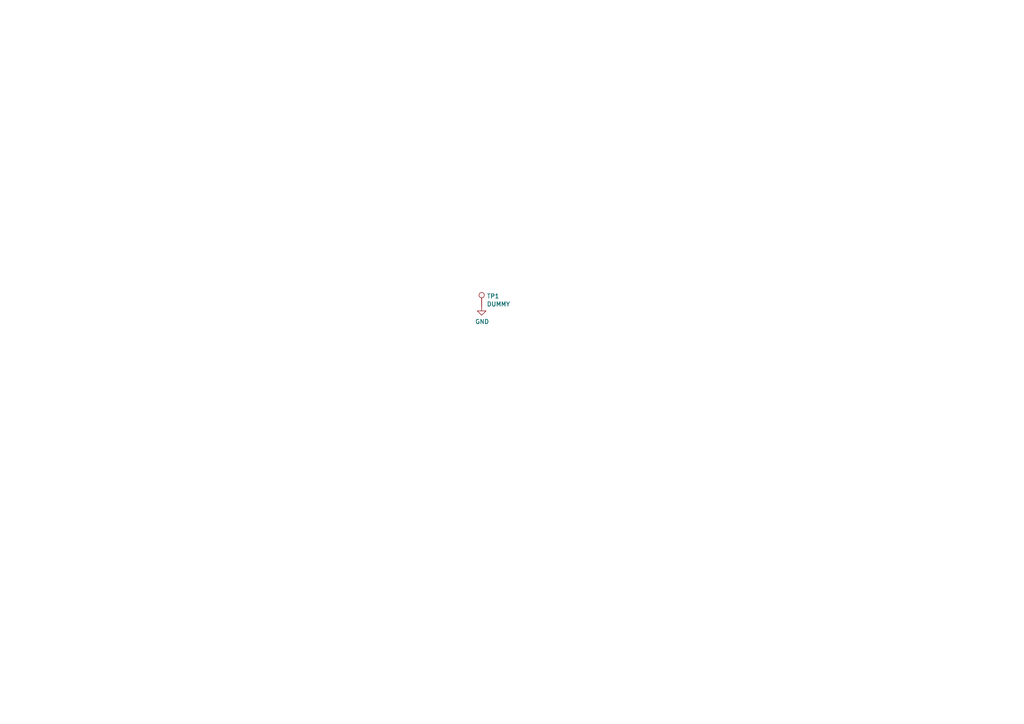
<source format=kicad_sch>
(kicad_sch (version 20211123) (generator eeschema)
  (paper "A4")
  (title_block (title "It is the Champion Rear Panel") (date "2021-12-30") (rev "0") (comment 1 "creativecommons.org/licenses/by/4.0/") (comment 2 "License: CC by 4.0") (comment 3 "Author: Jordan Aceto"))
  (lib_symbols
    (symbol "Connector:TestPoint" (pin_numbers hide) (pin_names (offset 0.762) hide)
      (property "Reference" "TP" (at 0 6.858 0))
      (property "Value" "TestPoint" (at 0 5.08 0))
      (symbol "TestPoint_0_1"
        (circle (center 0 3.302) (radius 0.762))
      )
      (symbol "TestPoint_1_1"
        (pin passive line (at 0 0 90) (length 2.54) (name "1") (number "1"))
      )
    )
    (symbol "power:GND" (power) (pin_names (offset 0))
      (property "Value" "GND" (at 0 -3.81 0))
      (symbol "GND_0_1"
        (polyline (pts (xy 0 0) (xy 0 -1.27) (xy 1.27 -1.27) (xy 0 -2.54) (xy -1.27 -1.27) (xy 0 -1.27)))
      )
      (symbol "GND_1_1"
        (pin power_in line (at 0 0 270) (length 0) hide (name "GND") (number "1"))
      )
    )
  )
  (symbol (lib_id "Connector:TestPoint") (at 139.7 88.9 0) (unit 1)
    (property "Reference" "TP1" (at 141.1732 85.9028 0) (effects (justify left)))
    (property "Value" "DUMMY" (at 141.1732 88.2142 0) (effects (justify left)))
    (property "Footprint" "TestPoint:TestPoint_Keystone_5000-5004_Miniature" (effects hide))
  )
  (symbol (lib_id "power:GND") (at 139.7 88.9 0) (unit 1)
    (property "Reference" "#PWR0101" (effects hide))
    (property "Value" "GND" (at 139.827 93.2942 0))
  )
)
</source>
